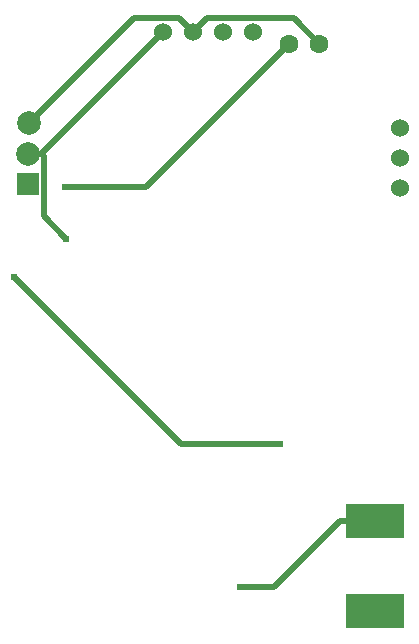
<source format=gbl>
G04 Layer: BottomLayer*
G04 EasyEDA v6.5.54, 2026-02-22 17:32:45*
G04 e233b9f1ef234a97b5ee563acf566a9e,b016eb778fe0479d964383eb0b581ccc,10*
G04 Gerber Generator version 0.2*
G04 Scale: 100 percent, Rotated: No, Reflected: No *
G04 Dimensions in millimeters *
G04 leading zeros omitted , absolute positions ,4 integer and 5 decimal *
%FSLAX45Y45*%
%MOMM*%

%AMMACRO1*21,1,$1,$2,0,0,$3*%
%ADD10C,0.5000*%
%ADD11C,1.5240*%
%ADD12R,5.0000X3.0000*%
%ADD13C,1.6000*%
%ADD14C,2.0066*%
%ADD15MACRO1,1.8031X1.8034X90.0000*%
%ADD16C,0.0156*%
%ADD17C,0.6100*%

%LPD*%
D10*
X8377072Y9409176D02*
G01*
X9407296Y10439400D01*
X8269757Y9665462D02*
G01*
X9162872Y10558576D01*
X9542119Y10558576D01*
X9661296Y10439400D01*
X10731500Y10337800D02*
G01*
X10513313Y10555986D01*
X9777882Y10555986D01*
X9661296Y10439400D01*
X10901349Y6299200D02*
G01*
X10342600Y5740450D01*
X10058603Y5740450D01*
X11201400Y6299200D02*
G01*
X10901349Y6299200D01*
X10477500Y10337800D02*
G01*
X9262389Y9122689D01*
X8580831Y9122689D01*
X8267471Y9409176D02*
G01*
X8377072Y9409176D01*
X8377072Y9409176D02*
G01*
X8396198Y9390049D01*
X8396198Y8881541D01*
X8587359Y8690381D01*
X8141563Y8364931D02*
G01*
X9559036Y6947458D01*
X10398836Y6947458D01*
D11*
G01*
X9407301Y10439400D03*
G01*
X9661301Y10439400D03*
G01*
X9915301Y10439400D03*
G01*
X10169301Y10439400D03*
D12*
G01*
X11201400Y6299200D03*
G01*
X11201400Y5537200D03*
D11*
G01*
X11417300Y9626600D03*
G01*
X11417300Y9372600D03*
G01*
X11417300Y9118600D03*
D13*
G01*
X10731500Y10337800D03*
G01*
X10477500Y10337800D03*
D14*
G01*
X8269757Y9665462D03*
G01*
X8267471Y9409176D03*
D15*
G01*
X8265642Y9155925D03*
D17*
G01*
X8141563Y8364931D03*
G01*
X10398836Y6947458D03*
G01*
X8587359Y8690381D03*
G01*
X8580831Y9122689D03*
G01*
X10058603Y5740450D03*
M02*

</source>
